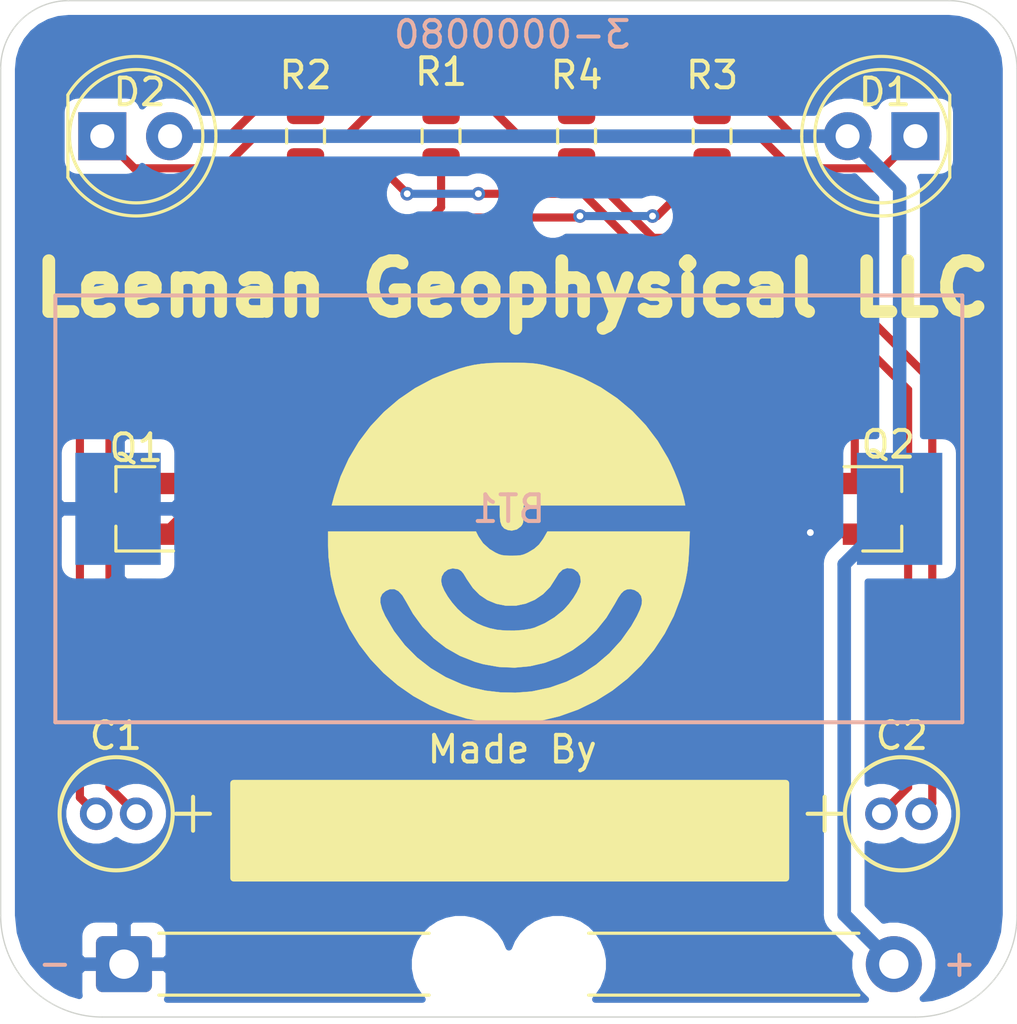
<source format=kicad_pcb>
(kicad_pcb (version 20171130) (host pcbnew "(5.1.7)-1")

  (general
    (thickness 1.6)
    (drawings 14)
    (tracks 72)
    (zones 0)
    (modules 13)
    (nets 9)
  )

  (page A4)
  (layers
    (0 F.Cu signal)
    (31 B.Cu signal)
    (32 B.Adhes user)
    (33 F.Adhes user)
    (34 B.Paste user)
    (35 F.Paste user)
    (36 B.SilkS user)
    (37 F.SilkS user)
    (38 B.Mask user)
    (39 F.Mask user)
    (40 Dwgs.User user)
    (41 Cmts.User user)
    (42 Eco1.User user)
    (43 Eco2.User user)
    (44 Edge.Cuts user)
    (45 Margin user)
    (46 B.CrtYd user)
    (47 F.CrtYd user)
    (48 B.Fab user)
    (49 F.Fab user)
  )

  (setup
    (last_trace_width 0.1524)
    (user_trace_width 0.1524)
    (user_trace_width 0.3048)
    (user_trace_width 0.508)
    (user_trace_width 0.635)
    (user_trace_width 1.27)
    (user_trace_width 2.54)
    (trace_clearance 0.1524)
    (zone_clearance 0.508)
    (zone_45_only no)
    (trace_min 0.1524)
    (via_size 0.508)
    (via_drill 0.254)
    (via_min_size 0.508)
    (via_min_drill 0.254)
    (user_via 0.508 0.254)
    (user_via 1.016 0.508)
    (uvia_size 0.508)
    (uvia_drill 0.254)
    (uvias_allowed no)
    (uvia_min_size 0.508)
    (uvia_min_drill 0.254)
    (edge_width 0.05)
    (segment_width 0.2)
    (pcb_text_width 0.3)
    (pcb_text_size 1.5 1.5)
    (mod_edge_width 0.12)
    (mod_text_size 1 1)
    (mod_text_width 0.15)
    (pad_size 1.524 1.524)
    (pad_drill 0.762)
    (pad_to_mask_clearance 0)
    (aux_axis_origin 0 0)
    (visible_elements 7FFFFFFF)
    (pcbplotparams
      (layerselection 0x010fc_ffffffff)
      (usegerberextensions false)
      (usegerberattributes true)
      (usegerberadvancedattributes true)
      (creategerberjobfile true)
      (excludeedgelayer true)
      (linewidth 0.100000)
      (plotframeref false)
      (viasonmask false)
      (mode 1)
      (useauxorigin false)
      (hpglpennumber 1)
      (hpglpenspeed 20)
      (hpglpendiameter 15.000000)
      (psnegative false)
      (psa4output false)
      (plotreference true)
      (plotvalue true)
      (plotinvisibletext false)
      (padsonsilk false)
      (subtractmaskfromsilk false)
      (outputformat 1)
      (mirror false)
      (drillshape 1)
      (scaleselection 1)
      (outputdirectory ""))
  )

  (net 0 "")
  (net 1 GND)
  (net 2 VCC)
  (net 3 "Net-(C1-Pad2)")
  (net 4 "Net-(C1-Pad1)")
  (net 5 "Net-(C2-Pad1)")
  (net 6 "Net-(C2-Pad2)")
  (net 7 "Net-(D1-Pad1)")
  (net 8 "Net-(D2-Pad1)")

  (net_class Default "This is the default net class."
    (clearance 0.1524)
    (trace_width 0.1524)
    (via_dia 0.508)
    (via_drill 0.254)
    (uvia_dia 0.508)
    (uvia_drill 0.254)
    (diff_pair_width 0.1524)
    (diff_pair_gap 0.254)
    (add_net GND)
    (add_net "Net-(C1-Pad1)")
    (add_net "Net-(C1-Pad2)")
    (add_net "Net-(C2-Pad1)")
    (add_net "Net-(C2-Pad2)")
    (add_net "Net-(D1-Pad1)")
    (add_net "Net-(D2-Pad1)")
    (add_net VCC)
  )

  (module pcb_graphics:mark135 (layer F.Cu) (tedit 0) (tstamp 60796D46)
    (at 140.97 99.06)
    (fp_text reference G*** (at 0 0) (layer F.SilkS) hide
      (effects (font (size 1.524 1.524) (thickness 0.3)))
    )
    (fp_text value LOGO (at 0.75 0) (layer F.SilkS) hide
      (effects (font (size 1.524 1.524) (thickness 0.3)))
    )
    (fp_poly (pts (xy 0.324021 -6.74594) (xy 0.580234 -6.741092) (xy 0.785481 -6.73202) (xy 0.9566 -6.717534)
      (xy 1.11043 -6.696444) (xy 1.263812 -6.66756) (xy 1.326744 -6.654015) (xy 2.075665 -6.447718)
      (xy 2.783917 -6.170043) (xy 3.447684 -5.823968) (xy 4.063147 -5.412468) (xy 4.626488 -4.93852)
      (xy 5.13389 -4.4051) (xy 5.581533 -3.815183) (xy 5.9656 -3.171747) (xy 6.075963 -2.951881)
      (xy 6.206664 -2.662549) (xy 6.330741 -2.356721) (xy 6.440072 -2.056783) (xy 6.526531 -1.785124)
      (xy 6.581994 -1.564131) (xy 6.584722 -1.549986) (xy 6.613422 -1.397) (xy 0.550333 -1.397)
      (xy 0.550333 -1.060694) (xy 0.546919 -0.882418) (xy 0.533259 -0.764688) (xy 0.504227 -0.683538)
      (xy 0.455083 -0.615448) (xy 0.302246 -0.501153) (xy 0.116407 -0.456751) (xy -0.029087 -0.473135)
      (xy -0.170173 -0.534068) (xy -0.264434 -0.636354) (xy -0.318299 -0.792263) (xy -0.338196 -1.014065)
      (xy -0.338667 -1.064043) (xy -0.338667 -1.397) (xy -6.640227 -1.397) (xy -6.540856 -1.768316)
      (xy -6.30778 -2.478913) (xy -6.000952 -3.152171) (xy -5.624729 -3.783426) (xy -5.183467 -4.368013)
      (xy -4.681521 -4.901269) (xy -4.123248 -5.37853) (xy -3.513004 -5.795132) (xy -2.855145 -6.14641)
      (xy -2.205712 -6.409938) (xy -1.874688 -6.520004) (xy -1.580691 -6.604186) (xy -1.303056 -6.665647)
      (xy -1.02112 -6.707553) (xy -0.71422 -6.733069) (xy -0.361692 -6.745359) (xy 0 -6.747752)
      (xy 0.324021 -6.74594)) (layer F.SilkS) (width 0.01))
    (fp_poly (pts (xy 4.116126 -0.423333) (xy 6.784837 -0.423333) (xy 6.761839 0.201083) (xy 6.735037 0.661479)
      (xy 6.687786 1.06928) (xy 6.614912 1.45517) (xy 6.511244 1.849831) (xy 6.450841 2.045738)
      (xy 6.183079 2.745902) (xy 5.844104 3.405158) (xy 5.43893 4.019089) (xy 4.972571 4.583278)
      (xy 4.450042 5.093309) (xy 3.876357 5.544765) (xy 3.25653 5.933231) (xy 2.595576 6.25429)
      (xy 1.898508 6.503525) (xy 1.199071 6.671292) (xy 0.989747 6.700546) (xy 0.720916 6.724418)
      (xy 0.414539 6.742272) (xy 0.092577 6.753477) (xy -0.223012 6.757399) (xy -0.510266 6.753404)
      (xy -0.747227 6.740859) (xy -0.846667 6.73029) (xy -1.580111 6.590269) (xy -2.282357 6.376921)
      (xy -2.949254 6.09488) (xy -3.576651 5.748779) (xy -4.160395 5.343251) (xy -4.696335 4.88293)
      (xy -5.180319 4.372447) (xy -5.608196 3.816438) (xy -5.975813 3.219534) (xy -6.279019 2.58637)
      (xy -6.398348 2.248287) (xy -4.817195 2.248287) (xy -4.756197 2.47774) (xy -4.639127 2.741929)
      (xy -4.302498 3.315841) (xy -3.901755 3.836631) (xy -3.441762 4.300271) (xy -2.927387 4.702733)
      (xy -2.363495 5.039986) (xy -1.754952 5.308004) (xy -1.397 5.426197) (xy -0.879961 5.543687)
      (xy -0.322051 5.609728) (xy 0.249098 5.622628) (xy 0.805853 5.580697) (xy 0.903444 5.567039)
      (xy 1.544844 5.4284) (xy 2.158263 5.212407) (xy 2.737517 4.923515) (xy 3.276422 4.566184)
      (xy 3.768793 4.14487) (xy 4.208447 3.664031) (xy 4.589198 3.128126) (xy 4.798531 2.759429)
      (xy 4.914075 2.514143) (xy 4.978359 2.318559) (xy 4.99434 2.157348) (xy 4.964977 2.015181)
      (xy 4.949393 1.977488) (xy 4.857677 1.862116) (xy 4.717589 1.774257) (xy 4.565245 1.735934)
      (xy 4.552783 1.735667) (xy 4.425904 1.750384) (xy 4.316138 1.801707) (xy 4.212214 1.900395)
      (xy 4.102859 2.057203) (xy 3.976803 2.28289) (xy 3.974204 2.287855) (xy 3.653663 2.815107)
      (xy 3.278111 3.282381) (xy 2.85377 3.687096) (xy 2.386861 4.026671) (xy 1.883607 4.298525)
      (xy 1.35023 4.500075) (xy 0.792952 4.628743) (xy 0.217995 4.681945) (xy -0.36842 4.657102)
      (xy -0.96007 4.551632) (xy -1.27 4.463335) (xy -1.834973 4.238558) (xy -2.350888 3.944986)
      (xy -2.816543 3.583668) (xy -3.230739 3.155653) (xy -3.592273 2.66199) (xy -3.846525 2.213055)
      (xy -3.989651 1.972004) (xy -4.136745 1.813834) (xy -4.291172 1.736765) (xy -4.456296 1.739014)
      (xy -4.614778 1.806163) (xy -4.746631 1.918063) (xy -4.814055 2.063583) (xy -4.817195 2.248287)
      (xy -6.398348 2.248287) (xy -6.513663 1.921578) (xy -6.630604 1.421988) (xy -2.539842 1.421988)
      (xy -2.508357 1.590991) (xy -2.420738 1.796166) (xy -2.287769 2.021815) (xy -2.12023 2.25224)
      (xy -1.928906 2.471743) (xy -1.724579 2.664624) (xy -1.640064 2.731979) (xy -1.40224 2.900158)
      (xy -1.186722 3.024719) (xy -0.957981 3.12388) (xy -0.719667 3.203943) (xy -0.45074 3.262111)
      (xy -0.13271 3.292493) (xy 0.206051 3.295488) (xy 0.537169 3.27149) (xy 0.83227 3.220899)
      (xy 0.973667 3.180252) (xy 1.348957 3.016965) (xy 1.710092 2.79873) (xy 2.025095 2.545374)
      (xy 2.074333 2.497667) (xy 2.253653 2.29714) (xy 2.417138 2.075136) (xy 2.553068 1.851033)
      (xy 2.649721 1.64421) (xy 2.695375 1.474045) (xy 2.695775 1.470303) (xy 2.680598 1.268593)
      (xy 2.594969 1.107203) (xy 2.445337 0.996235) (xy 2.376826 0.97051) (xy 2.18789 0.949022)
      (xy 2.020981 1.006126) (xy 1.873111 1.143562) (xy 1.756833 1.331404) (xy 1.547868 1.656961)
      (xy 1.282947 1.92731) (xy 0.973318 2.137629) (xy 0.630227 2.283094) (xy 0.264921 2.358884)
      (xy -0.111354 2.360175) (xy -0.471791 2.287057) (xy -0.805218 2.149686) (xy -1.094178 1.955062)
      (xy -1.348363 1.694831) (xy -1.577461 1.360638) (xy -1.60831 1.307074) (xy -1.702001 1.153992)
      (xy -1.782177 1.059608) (xy -1.867522 1.004312) (xy -1.913664 0.986601) (xy -2.108276 0.960313)
      (xy -2.283882 1.005561) (xy -2.424665 1.111348) (xy -2.514807 1.266676) (xy -2.539842 1.421988)
      (xy -6.630604 1.421988) (xy -6.675593 1.229792) (xy -6.760656 0.515644) (xy -6.773172 0.116417)
      (xy -6.773333 -0.423333) (xy -4.00347 -0.423333) (xy -1.233606 -0.423334) (xy -1.139699 -0.235301)
      (xy -0.965986 0.019923) (xy -0.72092 0.238673) (xy -0.508 0.367561) (xy -0.381312 0.42702)
      (xy -0.267288 0.462857) (xy -0.136414 0.480807) (xy 0.040827 0.486606) (xy 0.105833 0.486833)
      (xy 0.302151 0.483521) (xy 0.443433 0.469759) (xy 0.559179 0.439804) (xy 0.678889 0.387918)
      (xy 0.719667 0.367381) (xy 0.954284 0.227252) (xy 1.132397 0.068573) (xy 1.281813 -0.13495)
      (xy 1.32089 -0.201083) (xy 1.447415 -0.423334) (xy 4.116126 -0.423333)) (layer F.SilkS) (width 0.01))
  )

  (module Connector_Wire:SolderWire-0.5sqmm_1x02_P4.6mm_D0.9mm_OD2.1mm_Relief (layer F.Cu) (tedit 60787C59) (tstamp 6078DABE)
    (at 140.5128 114.8588)
    (descr "Soldered wire connection with feed through strain relief, for 2 times 0.5 mm² wires, basic insulation, conductor diameter 0.9mm, outer diameter 2.1mm, size source Multi-Contact FLEXI-E 0.5 (https://ec.staubli.com/AcroFiles/Catalogues/TM_Cab-Main-11014119_(en)_hi.pdf), bend radius 3 times outer diameter, generated with kicad-footprint-generator")
    (tags "connector wire 0.5sqmm strain-relief")
    (path /607A99AA)
    (attr virtual)
    (fp_text reference J1 (at -11.19 -1.56 180) (layer F.SilkS) hide
      (effects (font (size 1 1) (thickness 0.15)))
    )
    (fp_text value 1-0000120 (at -0.21 -2.3 270) (layer F.Fab)
      (effects (font (size 1 1) (thickness 0.15)))
    )
    (fp_line (start 4.09 1.8) (end 4.09 -1.8) (layer B.CrtYd) (width 0.05))
    (fp_line (start 0.49 1.8) (end 4.09 1.8) (layer B.CrtYd) (width 0.05))
    (fp_line (start 0.49 -1.8) (end 0.49 1.8) (layer B.CrtYd) (width 0.05))
    (fp_line (start 4.09 -1.8) (end 0.49 -1.8) (layer B.CrtYd) (width 0.05))
    (fp_line (start 16.44 1.8) (end 16.44 -1.8) (layer F.CrtYd) (width 0.05))
    (fp_line (start 0.49 1.8) (end 16.44 1.8) (layer F.CrtYd) (width 0.05))
    (fp_line (start 0.49 -1.8) (end 0.49 1.8) (layer F.CrtYd) (width 0.05))
    (fp_line (start 16.44 -1.8) (end 0.49 -1.8) (layer F.CrtYd) (width 0.05))
    (fp_line (start 13.58 -1.16) (end 3.45 -1.16) (layer F.SilkS) (width 0.12))
    (fp_line (start 13.58 1.16) (end 3.45 1.16) (layer F.SilkS) (width 0.12))
    (fp_line (start 14.89 1.05) (end 2.29 1.05) (layer F.Fab) (width 0.1))
    (fp_line (start 14.89 -1.05) (end 2.29 -1.05) (layer F.Fab) (width 0.1))
    (fp_line (start -3.17 -1.8) (end -3.17 1.8) (layer B.CrtYd) (width 0.05))
    (fp_line (start 0.43 -1.8) (end -3.17 -1.8) (layer B.CrtYd) (width 0.05))
    (fp_line (start 0.43 1.8) (end 0.43 -1.8) (layer B.CrtYd) (width 0.05))
    (fp_line (start -3.17 1.8) (end 0.43 1.8) (layer B.CrtYd) (width 0.05))
    (fp_line (start -15.52 -1.8) (end -15.52 1.8) (layer F.CrtYd) (width 0.05))
    (fp_line (start 0.43 -1.8) (end -15.52 -1.8) (layer F.CrtYd) (width 0.05))
    (fp_line (start 0.43 1.8) (end 0.43 -1.8) (layer F.CrtYd) (width 0.05))
    (fp_line (start -15.52 1.8) (end 0.43 1.8) (layer F.CrtYd) (width 0.05))
    (fp_line (start -12.66 1.16) (end -2.53 1.16) (layer F.SilkS) (width 0.12))
    (fp_line (start -12.66 -1.16) (end -2.53 -1.16) (layer F.SilkS) (width 0.12))
    (fp_line (start -13.97 -1.05) (end -1.37 -1.05) (layer F.Fab) (width 0.1))
    (fp_line (start -13.97 1.05) (end -1.37 1.05) (layer F.Fab) (width 0.1))
    (fp_circle (center 2.29 0) (end 2.29 1.05) (layer F.Fab) (width 0.1))
    (fp_circle (center 14.89 0) (end 14.89 1.05) (layer F.Fab) (width 0.1))
    (fp_circle (center -1.37 0) (end -1.37 -1.05) (layer F.Fab) (width 0.1))
    (fp_circle (center -13.97 0) (end -13.97 -1.05) (layer F.Fab) (width 0.1))
    (fp_text user %R (at 8.59 -2.3) (layer F.Fab)
      (effects (font (size 1 1) (thickness 0.15)))
    )
    (pad "" np_thru_hole circle (at 2.29 0 270) (size 2.6 2.6) (drill 2.6) (layers *.Cu *.Mask))
    (pad "" np_thru_hole circle (at -1.37 0 90) (size 2.6 2.6) (drill 2.6) (layers *.Cu *.Mask))
    (pad 2 thru_hole circle (at 14.89 0 270) (size 2.1 2.1) (drill 1.1) (layers *.Cu *.Mask)
      (net 2 VCC))
    (pad 1 thru_hole roundrect (at -13.97 0 90) (size 2.1 2.1) (drill 1.1) (layers *.Cu *.Mask) (roundrect_rratio 0.119048)
      (net 1 GND))
    (model ${KISYS3DMOD}/Connector_Wire.3dshapes/SolderWire-0.5sqmm_1x02_P4.6mm_D0.9mm_OD2.1mm_Relief.wrl
      (at (xyz 0 0 0))
      (scale (xyz 1 1 1))
      (rotate (xyz 0 0 0))
    )
  )

  (module batteries:1-0000494 (layer B.Cu) (tedit 5EB05536) (tstamp 6078FB3E)
    (at 140.97 97.79 180)
    (path /60777445)
    (fp_text reference BT1 (at 0 0) (layer B.SilkS)
      (effects (font (size 1 1) (thickness 0.15)) (justify mirror))
    )
    (fp_text value 1-0000494 (at 0 0) (layer B.Fab)
      (effects (font (size 1 1) (thickness 0.15)) (justify mirror))
    )
    (fp_line (start -17 -10) (end 17 -10) (layer B.CrtYd) (width 0.15))
    (fp_line (start -17 10) (end 17 10) (layer B.CrtYd) (width 0.15))
    (fp_line (start 17 8) (end 17 -8) (layer B.SilkS) (width 0.15))
    (fp_line (start 17 -8) (end -17 -8) (layer B.SilkS) (width 0.15))
    (fp_line (start -17 -8) (end -17 8) (layer B.SilkS) (width 0.15))
    (fp_line (start -17 8) (end 17 8) (layer B.SilkS) (width 0.15))
    (fp_line (start 17 10) (end 17 -10) (layer B.CrtYd) (width 0.12))
    (fp_line (start -17 -10) (end -17 10) (layer B.CrtYd) (width 0.12))
    (pad 2 smd rect (at 14.65 0 180) (size 3.2 4.2) (layers B.Cu B.Paste B.Mask)
      (net 1 GND))
    (pad 1 smd rect (at -14.65 0 180) (size 3.2 4.2) (layers B.Cu B.Paste B.Mask)
      (net 2 VCC))
  )

  (module capacitors_th:1-0000853 (layer F.Cu) (tedit 60773212) (tstamp 6078DA6D)
    (at 127 109.22 180)
    (descr "CAP ALUM 10UF 20% 16V RADIAL")
    (tags "CAP ALUM 10UF 20% 16V RADIAL")
    (path /60774DDD)
    (fp_text reference C1 (at 0.762 2.921) (layer F.SilkS)
      (effects (font (size 1 1) (thickness 0.15)))
    )
    (fp_text value 1-0000853 (at 0.75 -3.81) (layer F.SilkS) hide
      (effects (font (size 1 1) (thickness 0.15)))
    )
    (fp_circle (center 0.75 0) (end 2.8709 0) (layer F.SilkS) (width 0.1524))
    (fp_circle (center 0.75 0) (end 2.7439 0) (layer F.Fab) (width 0.1524))
    (fp_line (start -1.4979 -0.925606) (end -0.175606 -2.2479) (layer F.CrtYd) (width 0.1524))
    (fp_line (start -1.4979 0.925606) (end -1.4979 -0.925606) (layer F.CrtYd) (width 0.1524))
    (fp_line (start -0.175606 2.2479) (end -1.4979 0.925606) (layer F.CrtYd) (width 0.1524))
    (fp_line (start 1.675606 2.2479) (end -0.175606 2.2479) (layer F.CrtYd) (width 0.1524))
    (fp_line (start 2.9979 0.925606) (end 1.675606 2.2479) (layer F.CrtYd) (width 0.1524))
    (fp_line (start 2.9979 -0.925606) (end 2.9979 0.925606) (layer F.CrtYd) (width 0.1524))
    (fp_line (start 1.675606 -2.2479) (end 2.9979 -0.925606) (layer F.CrtYd) (width 0.1524))
    (fp_line (start -0.175606 -2.2479) (end 1.675606 -2.2479) (layer F.CrtYd) (width 0.1524))
    (fp_line (start -2.1329 -0.635) (end -2.1329 0.635) (layer F.SilkS) (width 0.1524))
    (fp_line (start -2.7679 0) (end -1.4979 0) (layer F.SilkS) (width 0.1524))
    (fp_line (start -2.1329 -0.635) (end -2.1329 0.635) (layer F.Fab) (width 0.1524))
    (fp_line (start -2.7679 0) (end -1.4979 0) (layer F.Fab) (width 0.1524))
    (fp_text user * (at 0 0) (layer F.Fab)
      (effects (font (size 1 1) (thickness 0.15)))
    )
    (fp_text user "Copyright 2016 Accelerated Designs. All rights reserved." (at 0 0) (layer Cmts.User)
      (effects (font (size 0.127 0.127) (thickness 0.002)))
    )
    (pad 2 thru_hole circle (at 1.5 0 180) (size 1.2192 1.2192) (drill 0.7112) (layers *.Cu *.Mask)
      (net 3 "Net-(C1-Pad2)"))
    (pad 1 thru_hole circle (at 0 0 180) (size 1.2192 1.2192) (drill 0.7112) (layers *.Cu *.Mask)
      (net 4 "Net-(C1-Pad1)"))
    (model ${LGEO_3D_DIR}/capacitors_th/1-0000853.step
      (at (xyz 0 0 0))
      (scale (xyz 1 1 1))
      (rotate (xyz 0 0 0))
    )
  )

  (module capacitors_th:1-0000853 (layer F.Cu) (tedit 60773212) (tstamp 60796E56)
    (at 154.94 109.22)
    (descr "CAP ALUM 10UF 20% 16V RADIAL")
    (tags "CAP ALUM 10UF 20% 16V RADIAL")
    (path /60773993)
    (fp_text reference C2 (at 0.762 -2.921) (layer F.SilkS)
      (effects (font (size 1 1) (thickness 0.15)))
    )
    (fp_text value 1-0000853 (at 0.75 -3.81) (layer F.SilkS) hide
      (effects (font (size 1 1) (thickness 0.15)))
    )
    (fp_line (start -2.7679 0) (end -1.4979 0) (layer F.Fab) (width 0.1524))
    (fp_line (start -2.1329 -0.635) (end -2.1329 0.635) (layer F.Fab) (width 0.1524))
    (fp_line (start -2.7679 0) (end -1.4979 0) (layer F.SilkS) (width 0.1524))
    (fp_line (start -2.1329 -0.635) (end -2.1329 0.635) (layer F.SilkS) (width 0.1524))
    (fp_line (start -0.175606 -2.2479) (end 1.675606 -2.2479) (layer F.CrtYd) (width 0.1524))
    (fp_line (start 1.675606 -2.2479) (end 2.9979 -0.925606) (layer F.CrtYd) (width 0.1524))
    (fp_line (start 2.9979 -0.925606) (end 2.9979 0.925606) (layer F.CrtYd) (width 0.1524))
    (fp_line (start 2.9979 0.925606) (end 1.675606 2.2479) (layer F.CrtYd) (width 0.1524))
    (fp_line (start 1.675606 2.2479) (end -0.175606 2.2479) (layer F.CrtYd) (width 0.1524))
    (fp_line (start -0.175606 2.2479) (end -1.4979 0.925606) (layer F.CrtYd) (width 0.1524))
    (fp_line (start -1.4979 0.925606) (end -1.4979 -0.925606) (layer F.CrtYd) (width 0.1524))
    (fp_line (start -1.4979 -0.925606) (end -0.175606 -2.2479) (layer F.CrtYd) (width 0.1524))
    (fp_circle (center 0.75 0) (end 2.7439 0) (layer F.Fab) (width 0.1524))
    (fp_circle (center 0.75 0) (end 2.8709 0) (layer F.SilkS) (width 0.1524))
    (fp_text user "Copyright 2016 Accelerated Designs. All rights reserved." (at 0 0) (layer Cmts.User)
      (effects (font (size 0.127 0.127) (thickness 0.002)))
    )
    (fp_text user * (at 0 0) (layer F.Fab)
      (effects (font (size 1 1) (thickness 0.15)))
    )
    (pad 1 thru_hole circle (at 0 0) (size 1.2192 1.2192) (drill 0.7112) (layers *.Cu *.Mask)
      (net 5 "Net-(C2-Pad1)"))
    (pad 2 thru_hole circle (at 1.5 0) (size 1.2192 1.2192) (drill 0.7112) (layers *.Cu *.Mask)
      (net 6 "Net-(C2-Pad2)"))
    (model ${LGEO_3D_DIR}/capacitors_th/1-0000853.step
      (at (xyz 0 0 0))
      (scale (xyz 1 1 1))
      (rotate (xyz 0 0 0))
    )
  )

  (module leds_th:1-0000568 (layer F.Cu) (tedit 60773986) (tstamp 6078DA96)
    (at 156.21 83.82 180)
    (descr "LED, diameter 5.0mm, 2 pins RED")
    (tags "LED diameter 5.0mm 2 pins RED")
    (path /60774DCC)
    (fp_text reference D1 (at 1.143 1.651) (layer F.SilkS)
      (effects (font (size 1 1) (thickness 0.15)))
    )
    (fp_text value 1-0000568 (at 1.27 3.96) (layer F.Fab)
      (effects (font (size 1 1) (thickness 0.15)))
    )
    (fp_line (start -1.23 -1.469694) (end -1.23 1.469694) (layer F.Fab) (width 0.1))
    (fp_line (start -1.29 -1.545) (end -1.29 1.545) (layer F.SilkS) (width 0.12))
    (fp_line (start -1.95 -3.25) (end -1.95 3.25) (layer F.CrtYd) (width 0.05))
    (fp_line (start -1.95 3.25) (end 4.5 3.25) (layer F.CrtYd) (width 0.05))
    (fp_line (start 4.5 3.25) (end 4.5 -3.25) (layer F.CrtYd) (width 0.05))
    (fp_line (start 4.5 -3.25) (end -1.95 -3.25) (layer F.CrtYd) (width 0.05))
    (fp_circle (center 1.27 0) (end 3.77 0) (layer F.Fab) (width 0.1))
    (fp_circle (center 1.27 0) (end 3.77 0) (layer F.SilkS) (width 0.12))
    (fp_text user %R (at 1.25 0) (layer F.Fab)
      (effects (font (size 0.8 0.8) (thickness 0.2)))
    )
    (fp_arc (start 1.27 0) (end -1.23 -1.469694) (angle 299.1) (layer F.Fab) (width 0.1))
    (fp_arc (start 1.27 0) (end -1.29 -1.54483) (angle 148.9) (layer F.SilkS) (width 0.12))
    (fp_arc (start 1.27 0) (end -1.29 1.54483) (angle -148.9) (layer F.SilkS) (width 0.12))
    (pad 1 thru_hole rect (at 0 0 180) (size 1.8 1.8) (drill 0.9) (layers *.Cu *.Mask)
      (net 7 "Net-(D1-Pad1)"))
    (pad 2 thru_hole circle (at 2.54 0 180) (size 1.8 1.8) (drill 0.9) (layers *.Cu *.Mask)
      (net 2 VCC))
    (model ${LGEO_3D_DIR}/leds_th/1-0000568.step
      (offset (xyz 0 0 -3))
      (scale (xyz 1 1 1))
      (rotate (xyz 0 0 0))
    )
  )

  (module leds_th:1-0000568 (layer F.Cu) (tedit 60773986) (tstamp 6078DAA8)
    (at 125.73 83.82)
    (descr "LED, diameter 5.0mm, 2 pins RED")
    (tags "LED diameter 5.0mm 2 pins RED")
    (path /6077414F)
    (fp_text reference D2 (at 1.397 -1.651) (layer F.SilkS)
      (effects (font (size 1 1) (thickness 0.15)))
    )
    (fp_text value 1-0000568 (at 1.27 3.96) (layer F.Fab)
      (effects (font (size 1 1) (thickness 0.15)))
    )
    (fp_circle (center 1.27 0) (end 3.77 0) (layer F.SilkS) (width 0.12))
    (fp_circle (center 1.27 0) (end 3.77 0) (layer F.Fab) (width 0.1))
    (fp_line (start 4.5 -3.25) (end -1.95 -3.25) (layer F.CrtYd) (width 0.05))
    (fp_line (start 4.5 3.25) (end 4.5 -3.25) (layer F.CrtYd) (width 0.05))
    (fp_line (start -1.95 3.25) (end 4.5 3.25) (layer F.CrtYd) (width 0.05))
    (fp_line (start -1.95 -3.25) (end -1.95 3.25) (layer F.CrtYd) (width 0.05))
    (fp_line (start -1.29 -1.545) (end -1.29 1.545) (layer F.SilkS) (width 0.12))
    (fp_line (start -1.23 -1.469694) (end -1.23 1.469694) (layer F.Fab) (width 0.1))
    (fp_arc (start 1.27 0) (end -1.29 1.54483) (angle -148.9) (layer F.SilkS) (width 0.12))
    (fp_arc (start 1.27 0) (end -1.29 -1.54483) (angle 148.9) (layer F.SilkS) (width 0.12))
    (fp_arc (start 1.27 0) (end -1.23 -1.469694) (angle 299.1) (layer F.Fab) (width 0.1))
    (fp_text user %R (at 1.25 0) (layer F.Fab)
      (effects (font (size 0.8 0.8) (thickness 0.2)))
    )
    (pad 2 thru_hole circle (at 2.54 0) (size 1.8 1.8) (drill 0.9) (layers *.Cu *.Mask)
      (net 2 VCC))
    (pad 1 thru_hole rect (at 0 0) (size 1.8 1.8) (drill 0.9) (layers *.Cu *.Mask)
      (net 8 "Net-(D2-Pad1)"))
    (model ${LGEO_3D_DIR}/leds_th/1-0000568.step
      (offset (xyz 0 0 -3))
      (scale (xyz 1 1 1))
      (rotate (xyz 0 0 0))
    )
  )

  (module transistors:1-0000036 (layer F.Cu) (tedit 6046526C) (tstamp 6078DAD3)
    (at 127 97.79 180)
    (descr "SOT-23, Standard")
    (tags SOT-23)
    (path /6077AAAC)
    (attr smd)
    (fp_text reference Q1 (at 0 2.286) (layer F.SilkS)
      (effects (font (size 1 1) (thickness 0.15)))
    )
    (fp_text value 1-0000036 (at 0 2.5) (layer F.Fab)
      (effects (font (size 1 1) (thickness 0.15)))
    )
    (fp_line (start 0.76 1.58) (end -0.7 1.58) (layer F.SilkS) (width 0.12))
    (fp_line (start 0.76 -1.58) (end -1.4 -1.58) (layer F.SilkS) (width 0.12))
    (fp_line (start -1.7 1.75) (end -1.7 -1.75) (layer F.CrtYd) (width 0.05))
    (fp_line (start 1.7 1.75) (end -1.7 1.75) (layer F.CrtYd) (width 0.05))
    (fp_line (start 1.7 -1.75) (end 1.7 1.75) (layer F.CrtYd) (width 0.05))
    (fp_line (start -1.7 -1.75) (end 1.7 -1.75) (layer F.CrtYd) (width 0.05))
    (fp_line (start 0.76 -1.58) (end 0.76 -0.65) (layer F.SilkS) (width 0.12))
    (fp_line (start 0.76 1.58) (end 0.76 0.65) (layer F.SilkS) (width 0.12))
    (fp_line (start -0.7 1.52) (end 0.7 1.52) (layer F.Fab) (width 0.1))
    (fp_line (start 0.7 -1.52) (end 0.7 1.52) (layer F.Fab) (width 0.1))
    (fp_line (start -0.7 -0.95) (end -0.15 -1.52) (layer F.Fab) (width 0.1))
    (fp_line (start -0.15 -1.52) (end 0.7 -1.52) (layer F.Fab) (width 0.1))
    (fp_line (start -0.7 -0.95) (end -0.7 1.5) (layer F.Fab) (width 0.1))
    (fp_text user %R (at 0 0 90) (layer F.Fab)
      (effects (font (size 0.5 0.5) (thickness 0.075)))
    )
    (pad 1 smd rect (at -1 -0.95 180) (size 0.9 0.8) (layers F.Cu F.Paste F.Mask)
      (net 6 "Net-(C2-Pad2)"))
    (pad 2 smd rect (at -1 0.95 180) (size 0.9 0.8) (layers F.Cu F.Paste F.Mask)
      (net 1 GND))
    (pad 3 smd rect (at 1 0 180) (size 0.9 0.8) (layers F.Cu F.Paste F.Mask)
      (net 4 "Net-(C1-Pad1)"))
    (model ${LGEO_3D_DIR}/transistors/1-0000036.step
      (at (xyz 0 0 0))
      (scale (xyz 1 1 1))
      (rotate (xyz 0 0 0))
    )
  )

  (module transistors:1-0000036 (layer F.Cu) (tedit 6046526C) (tstamp 6078DAE8)
    (at 154.94 97.79)
    (descr "SOT-23, Standard")
    (tags SOT-23)
    (path /6077B722)
    (attr smd)
    (fp_text reference Q2 (at 0.254 -2.413) (layer F.SilkS)
      (effects (font (size 1 1) (thickness 0.15)))
    )
    (fp_text value 1-0000036 (at 0 2.5) (layer F.Fab)
      (effects (font (size 1 1) (thickness 0.15)))
    )
    (fp_line (start -0.7 -0.95) (end -0.7 1.5) (layer F.Fab) (width 0.1))
    (fp_line (start -0.15 -1.52) (end 0.7 -1.52) (layer F.Fab) (width 0.1))
    (fp_line (start -0.7 -0.95) (end -0.15 -1.52) (layer F.Fab) (width 0.1))
    (fp_line (start 0.7 -1.52) (end 0.7 1.52) (layer F.Fab) (width 0.1))
    (fp_line (start -0.7 1.52) (end 0.7 1.52) (layer F.Fab) (width 0.1))
    (fp_line (start 0.76 1.58) (end 0.76 0.65) (layer F.SilkS) (width 0.12))
    (fp_line (start 0.76 -1.58) (end 0.76 -0.65) (layer F.SilkS) (width 0.12))
    (fp_line (start -1.7 -1.75) (end 1.7 -1.75) (layer F.CrtYd) (width 0.05))
    (fp_line (start 1.7 -1.75) (end 1.7 1.75) (layer F.CrtYd) (width 0.05))
    (fp_line (start 1.7 1.75) (end -1.7 1.75) (layer F.CrtYd) (width 0.05))
    (fp_line (start -1.7 1.75) (end -1.7 -1.75) (layer F.CrtYd) (width 0.05))
    (fp_line (start 0.76 -1.58) (end -1.4 -1.58) (layer F.SilkS) (width 0.12))
    (fp_line (start 0.76 1.58) (end -0.7 1.58) (layer F.SilkS) (width 0.12))
    (fp_text user %R (at 0 0 90) (layer F.Fab)
      (effects (font (size 0.5 0.5) (thickness 0.075)))
    )
    (pad 3 smd rect (at 1 0) (size 0.9 0.8) (layers F.Cu F.Paste F.Mask)
      (net 5 "Net-(C2-Pad1)"))
    (pad 2 smd rect (at -1 0.95) (size 0.9 0.8) (layers F.Cu F.Paste F.Mask)
      (net 1 GND))
    (pad 1 smd rect (at -1 -0.95) (size 0.9 0.8) (layers F.Cu F.Paste F.Mask)
      (net 3 "Net-(C1-Pad2)"))
    (model ${LGEO_3D_DIR}/transistors/1-0000036.step
      (at (xyz 0 0 0))
      (scale (xyz 1 1 1))
      (rotate (xyz 0 0 0))
    )
  )

  (module resistors_0805:1-0000551 (layer F.Cu) (tedit 5F501375) (tstamp 60790497)
    (at 138.43 83.82 270)
    (descr "Resistor SMD 0805 (2012 Metric), square (rectangular) end terminal, IPC_7351 nominal")
    (tags resistor)
    (path /607804B6)
    (attr smd)
    (fp_text reference R1 (at -2.413 0 180) (layer F.SilkS)
      (effects (font (size 1 1) (thickness 0.15)))
    )
    (fp_text value 1-0000551 (at 0 1.65 90) (layer F.Fab)
      (effects (font (size 1 1) (thickness 0.15)))
    )
    (fp_line (start 1.68 0.95) (end -1.68 0.95) (layer F.CrtYd) (width 0.05))
    (fp_line (start 1.68 -0.95) (end 1.68 0.95) (layer F.CrtYd) (width 0.05))
    (fp_line (start -1.68 -0.95) (end 1.68 -0.95) (layer F.CrtYd) (width 0.05))
    (fp_line (start -1.68 0.95) (end -1.68 -0.95) (layer F.CrtYd) (width 0.05))
    (fp_line (start -0.258578 0.71) (end 0.258578 0.71) (layer F.SilkS) (width 0.12))
    (fp_line (start -0.258578 -0.71) (end 0.258578 -0.71) (layer F.SilkS) (width 0.12))
    (fp_line (start 1 0.6) (end -1 0.6) (layer F.Fab) (width 0.1))
    (fp_line (start 1 -0.6) (end 1 0.6) (layer F.Fab) (width 0.1))
    (fp_line (start -1 -0.6) (end 1 -0.6) (layer F.Fab) (width 0.1))
    (fp_line (start -1 0.6) (end -1 -0.6) (layer F.Fab) (width 0.1))
    (fp_text user %R (at 0 0 90) (layer F.Fab)
      (effects (font (size 0.5 0.5) (thickness 0.08)))
    )
    (pad 2 smd roundrect (at 0.9375 0 270) (size 0.975 1.4) (layers F.Cu F.Paste F.Mask) (roundrect_rratio 0.25)
      (net 4 "Net-(C1-Pad1)"))
    (pad 1 smd roundrect (at -0.9375 0 270) (size 0.975 1.4) (layers F.Cu F.Paste F.Mask) (roundrect_rratio 0.25)
      (net 7 "Net-(D1-Pad1)"))
    (model ${LGEO_3D_DIR}/resistors_0805/1-0000551.wrl
      (at (xyz 0 0 0))
      (scale (xyz 1 1 1))
      (rotate (xyz 0 0 0))
    )
  )

  (module resistors_0805:1-0000548 (layer F.Cu) (tedit 60465203) (tstamp 6078DB0A)
    (at 133.35 83.82 270)
    (descr "Resistor SMD 0805 (2012 Metric), square (rectangular) end terminal, IPC_7351 nominal")
    (tags resistor)
    (path /60780D96)
    (attr smd)
    (fp_text reference R2 (at -2.286 0) (layer F.SilkS)
      (effects (font (size 1 1) (thickness 0.15)))
    )
    (fp_text value 1-0000548 (at 0 1.65 90) (layer F.Fab)
      (effects (font (size 1 1) (thickness 0.15)))
    )
    (fp_line (start 1.68 0.95) (end -1.68 0.95) (layer F.CrtYd) (width 0.05))
    (fp_line (start 1.68 -0.95) (end 1.68 0.95) (layer F.CrtYd) (width 0.05))
    (fp_line (start -1.68 -0.95) (end 1.68 -0.95) (layer F.CrtYd) (width 0.05))
    (fp_line (start -1.68 0.95) (end -1.68 -0.95) (layer F.CrtYd) (width 0.05))
    (fp_line (start -0.258578 0.71) (end 0.258578 0.71) (layer F.SilkS) (width 0.12))
    (fp_line (start -0.258578 -0.71) (end 0.258578 -0.71) (layer F.SilkS) (width 0.12))
    (fp_line (start 1 0.6) (end -1 0.6) (layer F.Fab) (width 0.1))
    (fp_line (start 1 -0.6) (end 1 0.6) (layer F.Fab) (width 0.1))
    (fp_line (start -1 -0.6) (end 1 -0.6) (layer F.Fab) (width 0.1))
    (fp_line (start -1 0.6) (end -1 -0.6) (layer F.Fab) (width 0.1))
    (fp_text user %R (at 0 0 90) (layer F.Fab)
      (effects (font (size 0.5 0.5) (thickness 0.08)))
    )
    (pad 1 smd roundrect (at -0.9375 0 270) (size 0.975 1.4) (layers F.Cu F.Paste F.Mask) (roundrect_rratio 0.25)
      (net 2 VCC))
    (pad 2 smd roundrect (at 0.9375 0 270) (size 0.975 1.4) (layers F.Cu F.Paste F.Mask) (roundrect_rratio 0.25)
      (net 3 "Net-(C1-Pad2)"))
    (model ${LGEO_3D_DIR}/resistors_0805/1-0000548.wrl
      (at (xyz 0 0 0))
      (scale (xyz 1 1 1))
      (rotate (xyz 0 0 0))
    )
  )

  (module resistors_0805:1-0000548 (layer F.Cu) (tedit 60465203) (tstamp 6079039D)
    (at 148.59 83.82 270)
    (descr "Resistor SMD 0805 (2012 Metric), square (rectangular) end terminal, IPC_7351 nominal")
    (tags resistor)
    (path /6078178F)
    (attr smd)
    (fp_text reference R3 (at -2.286 0 180) (layer F.SilkS)
      (effects (font (size 1 1) (thickness 0.15)))
    )
    (fp_text value 1-0000548 (at 0 1.65 90) (layer F.Fab)
      (effects (font (size 1 1) (thickness 0.15)))
    )
    (fp_line (start -1 0.6) (end -1 -0.6) (layer F.Fab) (width 0.1))
    (fp_line (start -1 -0.6) (end 1 -0.6) (layer F.Fab) (width 0.1))
    (fp_line (start 1 -0.6) (end 1 0.6) (layer F.Fab) (width 0.1))
    (fp_line (start 1 0.6) (end -1 0.6) (layer F.Fab) (width 0.1))
    (fp_line (start -0.258578 -0.71) (end 0.258578 -0.71) (layer F.SilkS) (width 0.12))
    (fp_line (start -0.258578 0.71) (end 0.258578 0.71) (layer F.SilkS) (width 0.12))
    (fp_line (start -1.68 0.95) (end -1.68 -0.95) (layer F.CrtYd) (width 0.05))
    (fp_line (start -1.68 -0.95) (end 1.68 -0.95) (layer F.CrtYd) (width 0.05))
    (fp_line (start 1.68 -0.95) (end 1.68 0.95) (layer F.CrtYd) (width 0.05))
    (fp_line (start 1.68 0.95) (end -1.68 0.95) (layer F.CrtYd) (width 0.05))
    (fp_text user %R (at 0 0 90) (layer F.Fab)
      (effects (font (size 0.5 0.5) (thickness 0.08)))
    )
    (pad 2 smd roundrect (at 0.9375 0 270) (size 0.975 1.4) (layers F.Cu F.Paste F.Mask) (roundrect_rratio 0.25)
      (net 6 "Net-(C2-Pad2)"))
    (pad 1 smd roundrect (at -0.9375 0 270) (size 0.975 1.4) (layers F.Cu F.Paste F.Mask) (roundrect_rratio 0.25)
      (net 2 VCC))
    (model ${LGEO_3D_DIR}/resistors_0805/1-0000548.wrl
      (at (xyz 0 0 0))
      (scale (xyz 1 1 1))
      (rotate (xyz 0 0 0))
    )
  )

  (module resistors_0805:1-0000551 (layer F.Cu) (tedit 5F501375) (tstamp 6078DB2C)
    (at 143.51 83.82 270)
    (descr "Resistor SMD 0805 (2012 Metric), square (rectangular) end terminal, IPC_7351 nominal")
    (tags resistor)
    (path /6077FB4D)
    (attr smd)
    (fp_text reference R4 (at -2.286 0 180) (layer F.SilkS)
      (effects (font (size 1 1) (thickness 0.15)))
    )
    (fp_text value 1-0000551 (at 0 1.65 90) (layer F.Fab)
      (effects (font (size 1 1) (thickness 0.15)))
    )
    (fp_line (start -1 0.6) (end -1 -0.6) (layer F.Fab) (width 0.1))
    (fp_line (start -1 -0.6) (end 1 -0.6) (layer F.Fab) (width 0.1))
    (fp_line (start 1 -0.6) (end 1 0.6) (layer F.Fab) (width 0.1))
    (fp_line (start 1 0.6) (end -1 0.6) (layer F.Fab) (width 0.1))
    (fp_line (start -0.258578 -0.71) (end 0.258578 -0.71) (layer F.SilkS) (width 0.12))
    (fp_line (start -0.258578 0.71) (end 0.258578 0.71) (layer F.SilkS) (width 0.12))
    (fp_line (start -1.68 0.95) (end -1.68 -0.95) (layer F.CrtYd) (width 0.05))
    (fp_line (start -1.68 -0.95) (end 1.68 -0.95) (layer F.CrtYd) (width 0.05))
    (fp_line (start 1.68 -0.95) (end 1.68 0.95) (layer F.CrtYd) (width 0.05))
    (fp_line (start 1.68 0.95) (end -1.68 0.95) (layer F.CrtYd) (width 0.05))
    (fp_text user %R (at 0 0 90) (layer F.Fab)
      (effects (font (size 0.5 0.5) (thickness 0.08)))
    )
    (pad 1 smd roundrect (at -0.9375 0 270) (size 0.975 1.4) (layers F.Cu F.Paste F.Mask) (roundrect_rratio 0.25)
      (net 8 "Net-(D2-Pad1)"))
    (pad 2 smd roundrect (at 0.9375 0 270) (size 0.975 1.4) (layers F.Cu F.Paste F.Mask) (roundrect_rratio 0.25)
      (net 5 "Net-(C2-Pad1)"))
    (model ${LGEO_3D_DIR}/resistors_0805/1-0000551.wrl
      (at (xyz 0 0 0))
      (scale (xyz 1 1 1))
      (rotate (xyz 0 0 0))
    )
  )

  (gr_text 3-0000080 (at 141.097 80.01) (layer B.SilkS)
    (effects (font (size 1 1) (thickness 0.15)) (justify mirror))
  )
  (gr_text + (at 157.861 114.808) (layer B.SilkS)
    (effects (font (size 1 1) (thickness 0.15)))
  )
  (gr_text - (at 123.952 114.808) (layer B.SilkS)
    (effects (font (size 1 1) (thickness 0.15)))
  )
  (gr_text "Made By" (at 141.097 106.807) (layer F.SilkS)
    (effects (font (size 1 1) (thickness 0.15)))
  )
  (gr_text "Leeman Geophysical LLC" (at 141.097 89.535) (layer F.SilkS)
    (effects (font (size 1.905 1.905) (thickness 0.47625)))
  )
  (gr_arc (start 157.48 81.28) (end 160.02 81.28) (angle -90) (layer Edge.Cuts) (width 0.05))
  (gr_arc (start 124.46 81.28) (end 124.46 78.74) (angle -90) (layer Edge.Cuts) (width 0.05))
  (gr_arc (start 125.73 113.03) (end 121.92 113.03) (angle -90) (layer Edge.Cuts) (width 0.05))
  (gr_arc (start 156.21 113.03) (end 156.21 116.84) (angle -90) (layer Edge.Cuts) (width 0.05))
  (gr_line (start 124.46 78.74) (end 124.46 78.74) (layer Edge.Cuts) (width 0.05) (tstamp 6078F9E6))
  (gr_line (start 121.92 113.03) (end 121.92 81.28) (layer Edge.Cuts) (width 0.05))
  (gr_line (start 157.48 78.74) (end 124.46 78.74) (layer Edge.Cuts) (width 0.05))
  (gr_line (start 160.02 113.03) (end 160.02 81.28) (layer Edge.Cuts) (width 0.05))
  (gr_line (start 125.73 116.84) (end 156.21 116.84) (layer Edge.Cuts) (width 0.05))

  (via (at 152.273 98.679) (size 0.508) (drill 0.254) (layers F.Cu B.Cu) (net 1))
  (segment (start 152.334 98.74) (end 152.273 98.679) (width 0.3048) (layer F.Cu) (net 1))
  (segment (start 153.94 98.74) (end 152.334 98.74) (width 0.3048) (layer F.Cu) (net 1))
  (segment (start 153.543 112.999) (end 155.4028 114.8588) (width 0.508) (layer B.Cu) (net 2))
  (segment (start 153.543 99.867) (end 153.543 112.999) (width 0.508) (layer B.Cu) (net 2))
  (segment (start 155.62 97.79) (end 153.543 99.867) (width 0.508) (layer B.Cu) (net 2))
  (segment (start 155.62 85.77) (end 153.67 83.82) (width 0.508) (layer B.Cu) (net 2))
  (segment (start 155.62 97.79) (end 155.62 85.77) (width 0.508) (layer B.Cu) (net 2) (tstamp 60796FBC))
  (segment (start 153.67 83.82) (end 128.27 83.82) (width 0.508) (layer B.Cu) (net 2))
  (segment (start 150.7005 82.8825) (end 148.59 82.8825) (width 0.3048) (layer F.Cu) (net 2))
  (segment (start 151.638 83.82) (end 150.7005 82.8825) (width 0.3048) (layer F.Cu) (net 2))
  (segment (start 153.67 83.82) (end 151.638 83.82) (width 0.3048) (layer F.Cu) (net 2))
  (segment (start 128.27 83.82) (end 130.4925 83.82) (width 0.3048) (layer F.Cu) (net 2))
  (segment (start 130.4925 83.82) (end 131.43 82.8825) (width 0.3048) (layer F.Cu) (net 2))
  (segment (start 131.43 82.8825) (end 133.35 82.8825) (width 0.3048) (layer F.Cu) (net 2))
  (segment (start 124.890401 93.217099) (end 133.35 84.7575) (width 0.3048) (layer F.Cu) (net 3))
  (segment (start 124.890401 108.610401) (end 124.890401 93.217099) (width 0.3048) (layer F.Cu) (net 3))
  (segment (start 125.5 109.22) (end 124.890401 108.610401) (width 0.3048) (layer F.Cu) (net 3))
  (via (at 137.16 85.979) (size 0.508) (drill 0.254) (layers F.Cu B.Cu) (net 3))
  (segment (start 135.9385 84.7575) (end 137.16 85.979) (width 0.3048) (layer F.Cu) (net 3))
  (segment (start 133.35 84.7575) (end 135.9385 84.7575) (width 0.3048) (layer F.Cu) (net 3))
  (via (at 139.827 85.979) (size 0.508) (drill 0.254) (layers F.Cu B.Cu) (net 3))
  (segment (start 137.16 85.979) (end 139.827 85.979) (width 0.3048) (layer B.Cu) (net 3))
  (segment (start 139.827 85.979) (end 143.764 85.979) (width 0.3048) (layer F.Cu) (net 3))
  (segment (start 143.764 85.979) (end 146.177 88.392) (width 0.3048) (layer F.Cu) (net 3))
  (segment (start 146.177 88.392) (end 150.114 88.392) (width 0.3048) (layer F.Cu) (net 3))
  (segment (start 153.94 92.218) (end 153.94 96.84) (width 0.3048) (layer F.Cu) (net 3))
  (segment (start 150.114 88.392) (end 153.94 92.218) (width 0.3048) (layer F.Cu) (net 3))
  (segment (start 126 108.22) (end 127 109.22) (width 0.3048) (layer F.Cu) (net 4))
  (segment (start 126 97.79) (end 126 108.22) (width 0.3048) (layer F.Cu) (net 4))
  (segment (start 138.43 84.7575) (end 138.43 86.487) (width 0.3048) (layer F.Cu) (net 4))
  (segment (start 138.43 86.487) (end 137.287 87.63) (width 0.3048) (layer F.Cu) (net 4))
  (segment (start 137.287 87.63) (end 131.318 87.63) (width 0.3048) (layer F.Cu) (net 4))
  (segment (start 126 92.948) (end 126 97.79) (width 0.3048) (layer F.Cu) (net 4))
  (segment (start 131.318 87.63) (end 126 92.948) (width 0.3048) (layer F.Cu) (net 4))
  (segment (start 155.94 108.22) (end 154.94 109.22) (width 0.3048) (layer F.Cu) (net 5))
  (segment (start 143.51 84.7575) (end 146.3825 87.63) (width 0.3048) (layer F.Cu) (net 5))
  (segment (start 146.3825 87.63) (end 150.241 87.63) (width 0.3048) (layer F.Cu) (net 5))
  (segment (start 155.94 93.329) (end 155.94 98.187) (width 0.3048) (layer F.Cu) (net 5))
  (segment (start 150.241 87.63) (end 155.94 93.329) (width 0.3048) (layer F.Cu) (net 5))
  (segment (start 155.94 98.187) (end 155.94 108.22) (width 0.3048) (layer F.Cu) (net 5))
  (segment (start 155.94 97.79) (end 155.94 98.187) (width 0.3048) (layer F.Cu) (net 5))
  (segment (start 156.845 93.0125) (end 148.59 84.7575) (width 0.3048) (layer F.Cu) (net 6))
  (segment (start 156.845 108.815) (end 156.845 93.0125) (width 0.3048) (layer F.Cu) (net 6))
  (segment (start 156.44 109.22) (end 156.845 108.815) (width 0.3048) (layer F.Cu) (net 6))
  (via (at 146.357382 86.814618) (size 0.508) (drill 0.254) (layers F.Cu B.Cu) (net 6))
  (segment (start 146.532882 86.814618) (end 146.357382 86.814618) (width 0.3048) (layer F.Cu) (net 6))
  (segment (start 148.59 84.7575) (end 146.532882 86.814618) (width 0.3048) (layer F.Cu) (net 6))
  (segment (start 146.357382 86.814618) (end 143.637 86.814618) (width 0.3048) (layer B.Cu) (net 6))
  (segment (start 143.637 86.814618) (end 143.637 86.814618) (width 0.3048) (layer B.Cu) (net 6) (tstamp 607908FF))
  (via (at 143.637 86.814618) (size 0.508) (drill 0.254) (layers F.Cu B.Cu) (net 6))
  (segment (start 129.413 90.551) (end 129.413 97.327) (width 0.3048) (layer F.Cu) (net 6))
  (segment (start 131.572 88.392) (end 129.413 90.551) (width 0.3048) (layer F.Cu) (net 6))
  (segment (start 137.668 88.392) (end 131.572 88.392) (width 0.3048) (layer F.Cu) (net 6))
  (segment (start 139.192 86.868) (end 137.668 88.392) (width 0.3048) (layer F.Cu) (net 6))
  (segment (start 143.583618 86.868) (end 139.192 86.868) (width 0.3048) (layer F.Cu) (net 6))
  (segment (start 129.413 97.327) (end 128 98.74) (width 0.3048) (layer F.Cu) (net 6))
  (segment (start 143.637 86.814618) (end 143.583618 86.868) (width 0.3048) (layer F.Cu) (net 6))
  (segment (start 155.005199 85.024801) (end 156.21 83.82) (width 0.3048) (layer F.Cu) (net 7))
  (segment (start 151.561209 85.024801) (end 155.005199 85.024801) (width 0.3048) (layer F.Cu) (net 7))
  (segment (start 150.356408 83.82) (end 151.561209 85.024801) (width 0.3048) (layer F.Cu) (net 7))
  (segment (start 141.351 83.82) (end 150.356408 83.82) (width 0.3048) (layer F.Cu) (net 7))
  (segment (start 140.4135 82.8825) (end 141.351 83.82) (width 0.3048) (layer F.Cu) (net 7))
  (segment (start 138.43 82.8825) (end 140.4135 82.8825) (width 0.3048) (layer F.Cu) (net 7))
  (segment (start 126.934801 85.024801) (end 125.73 83.82) (width 0.3048) (layer F.Cu) (net 8))
  (segment (start 130.251791 85.024801) (end 126.934801 85.024801) (width 0.3048) (layer F.Cu) (net 8))
  (segment (start 131.456592 83.82) (end 130.251791 85.024801) (width 0.3048) (layer F.Cu) (net 8))
  (segment (start 134.874 83.82) (end 131.456592 83.82) (width 0.3048) (layer F.Cu) (net 8))
  (segment (start 136.60381 82.09019) (end 134.874 83.82) (width 0.3048) (layer F.Cu) (net 8))
  (segment (start 140.51019 82.09019) (end 136.60381 82.09019) (width 0.3048) (layer F.Cu) (net 8))
  (segment (start 141.3025 82.8825) (end 140.51019 82.09019) (width 0.3048) (layer F.Cu) (net 8))
  (segment (start 143.51 82.8825) (end 141.3025 82.8825) (width 0.3048) (layer F.Cu) (net 8))

  (zone (net 1) (net_name GND) (layer B.Cu) (tstamp 0) (hatch edge 0.508)
    (connect_pads (clearance 0.508))
    (min_thickness 0.254)
    (fill yes (arc_segments 32) (thermal_gap 0.508) (thermal_bridge_width 0.508))
    (polygon
      (pts
        (xy 160.02 116.84) (xy 121.92 116.84) (xy 121.92 78.74) (xy 160.02 78.74)
      )
    )
    (filled_polygon
      (pts
        (xy 157.844545 79.438909) (xy 158.195208 79.54478) (xy 158.518625 79.716744) (xy 158.802484 79.948254) (xy 159.035965 80.230486)
        (xy 159.210183 80.552695) (xy 159.318502 80.902614) (xy 159.360001 81.297452) (xy 159.36 112.997721) (xy 159.296904 113.641221)
        (xy 159.119394 114.229164) (xy 158.831063 114.771436) (xy 158.442906 115.247364) (xy 157.969686 115.638845) (xy 157.429449 115.93095)
        (xy 156.842756 116.112563) (xy 156.495488 116.149062) (xy 156.711625 115.932925) (xy 156.896028 115.656947) (xy 157.023046 115.350296)
        (xy 157.0878 115.024758) (xy 157.0878 114.692842) (xy 157.023046 114.367304) (xy 156.896028 114.060653) (xy 156.711625 113.784675)
        (xy 156.476925 113.549975) (xy 156.200947 113.365572) (xy 155.894296 113.238554) (xy 155.568758 113.1738) (xy 155.236842 113.1738)
        (xy 155.018472 113.217237) (xy 154.432 112.630765) (xy 154.432 110.356725) (xy 154.576964 110.416771) (xy 154.817418 110.4646)
        (xy 155.062582 110.4646) (xy 155.303036 110.416771) (xy 155.529539 110.32295) (xy 155.69 110.215734) (xy 155.850461 110.32295)
        (xy 156.076964 110.416771) (xy 156.317418 110.4646) (xy 156.562582 110.4646) (xy 156.803036 110.416771) (xy 157.029539 110.32295)
        (xy 157.233386 110.186744) (xy 157.406744 110.013386) (xy 157.54295 109.809539) (xy 157.636771 109.583036) (xy 157.6846 109.342582)
        (xy 157.6846 109.097418) (xy 157.636771 108.856964) (xy 157.54295 108.630461) (xy 157.406744 108.426614) (xy 157.233386 108.253256)
        (xy 157.029539 108.11705) (xy 156.803036 108.023229) (xy 156.562582 107.9754) (xy 156.317418 107.9754) (xy 156.076964 108.023229)
        (xy 155.850461 108.11705) (xy 155.69 108.224266) (xy 155.529539 108.11705) (xy 155.303036 108.023229) (xy 155.062582 107.9754)
        (xy 154.817418 107.9754) (xy 154.576964 108.023229) (xy 154.432 108.083275) (xy 154.432 100.528072) (xy 157.22 100.528072)
        (xy 157.344482 100.515812) (xy 157.46418 100.479502) (xy 157.574494 100.420537) (xy 157.671185 100.341185) (xy 157.750537 100.244494)
        (xy 157.809502 100.13418) (xy 157.845812 100.014482) (xy 157.858072 99.89) (xy 157.858072 95.69) (xy 157.845812 95.565518)
        (xy 157.809502 95.44582) (xy 157.750537 95.335506) (xy 157.671185 95.238815) (xy 157.574494 95.159463) (xy 157.46418 95.100498)
        (xy 157.344482 95.064188) (xy 157.22 95.051928) (xy 156.509 95.051928) (xy 156.509 85.813659) (xy 156.5133 85.769999)
        (xy 156.509 85.726339) (xy 156.509 85.726333) (xy 156.496136 85.595726) (xy 156.496136 85.595724) (xy 156.445302 85.428147)
        (xy 156.436829 85.412296) (xy 156.407846 85.358072) (xy 157.11 85.358072) (xy 157.234482 85.345812) (xy 157.35418 85.309502)
        (xy 157.464494 85.250537) (xy 157.561185 85.171185) (xy 157.640537 85.074494) (xy 157.699502 84.96418) (xy 157.735812 84.844482)
        (xy 157.748072 84.72) (xy 157.748072 82.92) (xy 157.735812 82.795518) (xy 157.699502 82.67582) (xy 157.640537 82.565506)
        (xy 157.561185 82.468815) (xy 157.464494 82.389463) (xy 157.35418 82.330498) (xy 157.234482 82.294188) (xy 157.11 82.281928)
        (xy 155.31 82.281928) (xy 155.185518 82.294188) (xy 155.06582 82.330498) (xy 154.955506 82.389463) (xy 154.858815 82.468815)
        (xy 154.779463 82.565506) (xy 154.720498 82.67582) (xy 154.714944 82.694127) (xy 154.648505 82.627688) (xy 154.397095 82.459701)
        (xy 154.117743 82.343989) (xy 153.821184 82.285) (xy 153.518816 82.285) (xy 153.222257 82.343989) (xy 152.942905 82.459701)
        (xy 152.691495 82.627688) (xy 152.477688 82.841495) (xy 152.417883 82.931) (xy 129.522117 82.931) (xy 129.462312 82.841495)
        (xy 129.248505 82.627688) (xy 128.997095 82.459701) (xy 128.717743 82.343989) (xy 128.421184 82.285) (xy 128.118816 82.285)
        (xy 127.822257 82.343989) (xy 127.542905 82.459701) (xy 127.291495 82.627688) (xy 127.225056 82.694127) (xy 127.219502 82.67582)
        (xy 127.160537 82.565506) (xy 127.081185 82.468815) (xy 126.984494 82.389463) (xy 126.87418 82.330498) (xy 126.754482 82.294188)
        (xy 126.63 82.281928) (xy 124.83 82.281928) (xy 124.705518 82.294188) (xy 124.58582 82.330498) (xy 124.475506 82.389463)
        (xy 124.378815 82.468815) (xy 124.299463 82.565506) (xy 124.240498 82.67582) (xy 124.204188 82.795518) (xy 124.191928 82.92)
        (xy 124.191928 84.72) (xy 124.204188 84.844482) (xy 124.240498 84.96418) (xy 124.299463 85.074494) (xy 124.378815 85.171185)
        (xy 124.475506 85.250537) (xy 124.58582 85.309502) (xy 124.705518 85.345812) (xy 124.83 85.358072) (xy 126.63 85.358072)
        (xy 126.754482 85.345812) (xy 126.87418 85.309502) (xy 126.984494 85.250537) (xy 127.081185 85.171185) (xy 127.160537 85.074494)
        (xy 127.219502 84.96418) (xy 127.225056 84.945873) (xy 127.291495 85.012312) (xy 127.542905 85.180299) (xy 127.822257 85.296011)
        (xy 128.118816 85.355) (xy 128.421184 85.355) (xy 128.717743 85.296011) (xy 128.997095 85.180299) (xy 129.248505 85.012312)
        (xy 129.462312 84.798505) (xy 129.522117 84.709) (xy 152.417883 84.709) (xy 152.477688 84.798505) (xy 152.691495 85.012312)
        (xy 152.942905 85.180299) (xy 153.222257 85.296011) (xy 153.518816 85.355) (xy 153.821184 85.355) (xy 153.926764 85.333999)
        (xy 154.731001 86.138237) (xy 154.731 95.051928) (xy 154.02 95.051928) (xy 153.895518 95.064188) (xy 153.77582 95.100498)
        (xy 153.665506 95.159463) (xy 153.568815 95.238815) (xy 153.489463 95.335506) (xy 153.430498 95.44582) (xy 153.394188 95.565518)
        (xy 153.381928 95.69) (xy 153.381928 98.770837) (xy 152.945264 99.207501) (xy 152.911341 99.235341) (xy 152.800247 99.37071)
        (xy 152.717697 99.52515) (xy 152.666864 99.692727) (xy 152.654 99.823334) (xy 152.654 99.82334) (xy 152.6497 99.867)
        (xy 152.654 99.91066) (xy 152.654001 112.95533) (xy 152.6497 112.999) (xy 152.666864 113.173274) (xy 152.717698 113.340852)
        (xy 152.800248 113.495291) (xy 152.870937 113.581425) (xy 152.911342 113.630659) (xy 152.945259 113.658494) (xy 153.761237 114.474472)
        (xy 153.7178 114.692842) (xy 153.7178 115.024758) (xy 153.782554 115.350296) (xy 153.909572 115.656947) (xy 154.093975 115.932925)
        (xy 154.328675 116.167625) (xy 154.347195 116.18) (xy 144.218104 116.18) (xy 144.305813 116.092291) (xy 144.517575 115.775366)
        (xy 144.663439 115.423219) (xy 144.7378 115.049381) (xy 144.7378 114.668219) (xy 144.663439 114.294381) (xy 144.517575 113.942234)
        (xy 144.305813 113.625309) (xy 144.036291 113.355787) (xy 143.719366 113.144025) (xy 143.367219 112.998161) (xy 142.993381 112.9238)
        (xy 142.612219 112.9238) (xy 142.238381 112.998161) (xy 141.886234 113.144025) (xy 141.569309 113.355787) (xy 141.299787 113.625309)
        (xy 141.088025 113.942234) (xy 140.9728 114.220412) (xy 140.857575 113.942234) (xy 140.645813 113.625309) (xy 140.376291 113.355787)
        (xy 140.059366 113.144025) (xy 139.707219 112.998161) (xy 139.333381 112.9238) (xy 138.952219 112.9238) (xy 138.578381 112.998161)
        (xy 138.226234 113.144025) (xy 137.909309 113.355787) (xy 137.639787 113.625309) (xy 137.428025 113.942234) (xy 137.282161 114.294381)
        (xy 137.2078 114.668219) (xy 137.2078 115.049381) (xy 137.282161 115.423219) (xy 137.428025 115.775366) (xy 137.639787 116.092291)
        (xy 137.727496 116.18) (xy 128.167859 116.18) (xy 128.182302 116.15298) (xy 128.218612 116.033282) (xy 128.230872 115.9088)
        (xy 128.2278 115.14455) (xy 128.06905 114.9858) (xy 126.6698 114.9858) (xy 126.6698 115.0058) (xy 126.4158 115.0058)
        (xy 126.4158 114.9858) (xy 125.01655 114.9858) (xy 124.8578 115.14455) (xy 124.854728 115.9088) (xy 124.866988 116.033282)
        (xy 124.869527 116.04165) (xy 124.530836 115.939394) (xy 123.988564 115.651063) (xy 123.512636 115.262906) (xy 123.121155 114.789686)
        (xy 122.82905 114.249449) (xy 122.692646 113.8088) (xy 124.854728 113.8088) (xy 124.8578 114.57305) (xy 125.01655 114.7318)
        (xy 126.4158 114.7318) (xy 126.4158 113.33255) (xy 126.6698 113.33255) (xy 126.6698 114.7318) (xy 128.06905 114.7318)
        (xy 128.2278 114.57305) (xy 128.230872 113.8088) (xy 128.218612 113.684318) (xy 128.182302 113.56462) (xy 128.123337 113.454306)
        (xy 128.043985 113.357615) (xy 127.947294 113.278263) (xy 127.83698 113.219298) (xy 127.717282 113.182988) (xy 127.5928 113.170728)
        (xy 126.82855 113.1738) (xy 126.6698 113.33255) (xy 126.4158 113.33255) (xy 126.25705 113.1738) (xy 125.4928 113.170728)
        (xy 125.368318 113.182988) (xy 125.24862 113.219298) (xy 125.138306 113.278263) (xy 125.041615 113.357615) (xy 124.962263 113.454306)
        (xy 124.903298 113.56462) (xy 124.866988 113.684318) (xy 124.854728 113.8088) (xy 122.692646 113.8088) (xy 122.647437 113.662756)
        (xy 122.58 113.02113) (xy 122.58 109.097418) (xy 124.2554 109.097418) (xy 124.2554 109.342582) (xy 124.303229 109.583036)
        (xy 124.39705 109.809539) (xy 124.533256 110.013386) (xy 124.706614 110.186744) (xy 124.910461 110.32295) (xy 125.136964 110.416771)
        (xy 125.377418 110.4646) (xy 125.622582 110.4646) (xy 125.863036 110.416771) (xy 126.089539 110.32295) (xy 126.25 110.215734)
        (xy 126.410461 110.32295) (xy 126.636964 110.416771) (xy 126.877418 110.4646) (xy 127.122582 110.4646) (xy 127.363036 110.416771)
        (xy 127.589539 110.32295) (xy 127.793386 110.186744) (xy 127.966744 110.013386) (xy 128.10295 109.809539) (xy 128.196771 109.583036)
        (xy 128.2446 109.342582) (xy 128.2446 109.097418) (xy 128.196771 108.856964) (xy 128.10295 108.630461) (xy 127.966744 108.426614)
        (xy 127.793386 108.253256) (xy 127.589539 108.11705) (xy 127.363036 108.023229) (xy 127.122582 107.9754) (xy 126.877418 107.9754)
        (xy 126.636964 108.023229) (xy 126.410461 108.11705) (xy 126.25 108.224266) (xy 126.089539 108.11705) (xy 125.863036 108.023229)
        (xy 125.622582 107.9754) (xy 125.377418 107.9754) (xy 125.136964 108.023229) (xy 124.910461 108.11705) (xy 124.706614 108.253256)
        (xy 124.533256 108.426614) (xy 124.39705 108.630461) (xy 124.303229 108.856964) (xy 124.2554 109.097418) (xy 122.58 109.097418)
        (xy 122.58 99.89) (xy 124.081928 99.89) (xy 124.094188 100.014482) (xy 124.130498 100.13418) (xy 124.189463 100.244494)
        (xy 124.268815 100.341185) (xy 124.365506 100.420537) (xy 124.47582 100.479502) (xy 124.595518 100.515812) (xy 124.72 100.528072)
        (xy 126.03425 100.525) (xy 126.193 100.36625) (xy 126.193 97.917) (xy 126.447 97.917) (xy 126.447 100.36625)
        (xy 126.60575 100.525) (xy 127.92 100.528072) (xy 128.044482 100.515812) (xy 128.16418 100.479502) (xy 128.274494 100.420537)
        (xy 128.371185 100.341185) (xy 128.450537 100.244494) (xy 128.509502 100.13418) (xy 128.545812 100.014482) (xy 128.558072 99.89)
        (xy 128.555 98.07575) (xy 128.39625 97.917) (xy 126.447 97.917) (xy 126.193 97.917) (xy 124.24375 97.917)
        (xy 124.085 98.07575) (xy 124.081928 99.89) (xy 122.58 99.89) (xy 122.58 95.69) (xy 124.081928 95.69)
        (xy 124.085 97.50425) (xy 124.24375 97.663) (xy 126.193 97.663) (xy 126.193 95.21375) (xy 126.447 95.21375)
        (xy 126.447 97.663) (xy 128.39625 97.663) (xy 128.555 97.50425) (xy 128.558072 95.69) (xy 128.545812 95.565518)
        (xy 128.509502 95.44582) (xy 128.450537 95.335506) (xy 128.371185 95.238815) (xy 128.274494 95.159463) (xy 128.16418 95.100498)
        (xy 128.044482 95.064188) (xy 127.92 95.051928) (xy 126.60575 95.055) (xy 126.447 95.21375) (xy 126.193 95.21375)
        (xy 126.03425 95.055) (xy 124.72 95.051928) (xy 124.595518 95.064188) (xy 124.47582 95.100498) (xy 124.365506 95.159463)
        (xy 124.268815 95.238815) (xy 124.189463 95.335506) (xy 124.130498 95.44582) (xy 124.094188 95.565518) (xy 124.081928 95.69)
        (xy 122.58 95.69) (xy 122.58 85.891441) (xy 136.271 85.891441) (xy 136.271 86.066559) (xy 136.305164 86.238312)
        (xy 136.372179 86.400099) (xy 136.469469 86.545704) (xy 136.593296 86.669531) (xy 136.738901 86.766821) (xy 136.900688 86.833836)
        (xy 137.072441 86.868) (xy 137.247559 86.868) (xy 137.419312 86.833836) (xy 137.581099 86.766821) (xy 137.581729 86.7664)
        (xy 139.405271 86.7664) (xy 139.405901 86.766821) (xy 139.567688 86.833836) (xy 139.739441 86.868) (xy 139.914559 86.868)
        (xy 140.086312 86.833836) (xy 140.215217 86.780441) (xy 141.732 86.780441) (xy 141.732 86.955559) (xy 141.766164 87.127312)
        (xy 141.833179 87.289099) (xy 141.930469 87.434704) (xy 142.054296 87.558531) (xy 142.199901 87.655821) (xy 142.361688 87.722836)
        (xy 142.533441 87.757) (xy 142.708559 87.757) (xy 142.880312 87.722836) (xy 143.042099 87.655821) (xy 143.122621 87.602018)
        (xy 145.935653 87.602018) (xy 145.936283 87.602439) (xy 146.09807 87.669454) (xy 146.269823 87.703618) (xy 146.444941 87.703618)
        (xy 146.616694 87.669454) (xy 146.778481 87.602439) (xy 146.924086 87.505149) (xy 147.047913 87.381322) (xy 147.145203 87.235717)
        (xy 147.212218 87.07393) (xy 147.246382 86.902177) (xy 147.246382 86.727059) (xy 147.212218 86.555306) (xy 147.145203 86.393519)
        (xy 147.047913 86.247914) (xy 146.924086 86.124087) (xy 146.778481 86.026797) (xy 146.616694 85.959782) (xy 146.444941 85.925618)
        (xy 146.269823 85.925618) (xy 146.09807 85.959782) (xy 145.936283 86.026797) (xy 145.935653 86.027218) (xy 142.914241 86.027218)
        (xy 142.880312 86.013164) (xy 142.708559 85.979) (xy 142.533441 85.979) (xy 142.361688 86.013164) (xy 142.199901 86.080179)
        (xy 142.054296 86.177469) (xy 141.930469 86.301296) (xy 141.833179 86.446901) (xy 141.766164 86.608688) (xy 141.732 86.780441)
        (xy 140.215217 86.780441) (xy 140.248099 86.766821) (xy 140.393704 86.669531) (xy 140.517531 86.545704) (xy 140.614821 86.400099)
        (xy 140.681836 86.238312) (xy 140.716 86.066559) (xy 140.716 85.891441) (xy 140.681836 85.719688) (xy 140.614821 85.557901)
        (xy 140.517531 85.412296) (xy 140.393704 85.288469) (xy 140.248099 85.191179) (xy 140.086312 85.124164) (xy 139.914559 85.09)
        (xy 139.739441 85.09) (xy 139.567688 85.124164) (xy 139.405901 85.191179) (xy 139.405271 85.1916) (xy 137.581729 85.1916)
        (xy 137.581099 85.191179) (xy 137.419312 85.124164) (xy 137.247559 85.09) (xy 137.072441 85.09) (xy 136.900688 85.124164)
        (xy 136.738901 85.191179) (xy 136.593296 85.288469) (xy 136.469469 85.412296) (xy 136.372179 85.557901) (xy 136.305164 85.719688)
        (xy 136.271 85.891441) (xy 122.58 85.891441) (xy 122.58 81.312279) (xy 122.618909 80.915455) (xy 122.72478 80.564792)
        (xy 122.896744 80.241375) (xy 123.128254 79.957516) (xy 123.410486 79.724035) (xy 123.732695 79.549817) (xy 124.082614 79.441498)
        (xy 124.477443 79.4) (xy 157.447721 79.4)
      )
    )
  )
  (zone (net 0) (net_name "") (layer F.SilkS) (tstamp 0) (hatch edge 0.508)
    (connect_pads (clearance 0.508))
    (min_thickness 0.254)
    (fill yes (arc_segments 32) (thermal_gap 0.508) (thermal_bridge_width 0.508))
    (polygon
      (pts
        (xy 151.481038 111.76) (xy 130.526038 111.76) (xy 130.526038 107.95) (xy 151.481038 107.95)
      )
    )
    (filled_polygon
      (pts
        (xy 151.354038 111.633) (xy 130.653038 111.633) (xy 130.653038 108.077) (xy 151.354038 108.077)
      )
    )
  )
)

</source>
